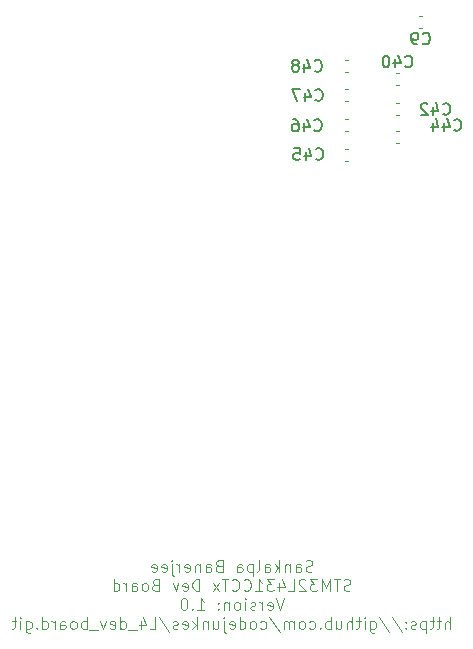
<source format=gbr>
%TF.GenerationSoftware,KiCad,Pcbnew,9.0.4*%
%TF.CreationDate,2025-09-21T18:36:08+05:30*%
%TF.ProjectId,l4_dev_board,6c345f64-6576-45f6-926f-6172642e6b69,rev?*%
%TF.SameCoordinates,Original*%
%TF.FileFunction,Legend,Bot*%
%TF.FilePolarity,Positive*%
%FSLAX46Y46*%
G04 Gerber Fmt 4.6, Leading zero omitted, Abs format (unit mm)*
G04 Created by KiCad (PCBNEW 9.0.4) date 2025-09-21 18:36:08*
%MOMM*%
%LPD*%
G01*
G04 APERTURE LIST*
%ADD10C,0.100000*%
%ADD11C,0.150000*%
%ADD12C,0.120000*%
G04 APERTURE END LIST*
D10*
X176616646Y-86020743D02*
X176473789Y-86068362D01*
X176473789Y-86068362D02*
X176235694Y-86068362D01*
X176235694Y-86068362D02*
X176140456Y-86020743D01*
X176140456Y-86020743D02*
X176092837Y-85973123D01*
X176092837Y-85973123D02*
X176045218Y-85877885D01*
X176045218Y-85877885D02*
X176045218Y-85782647D01*
X176045218Y-85782647D02*
X176092837Y-85687409D01*
X176092837Y-85687409D02*
X176140456Y-85639790D01*
X176140456Y-85639790D02*
X176235694Y-85592171D01*
X176235694Y-85592171D02*
X176426170Y-85544552D01*
X176426170Y-85544552D02*
X176521408Y-85496933D01*
X176521408Y-85496933D02*
X176569027Y-85449314D01*
X176569027Y-85449314D02*
X176616646Y-85354076D01*
X176616646Y-85354076D02*
X176616646Y-85258838D01*
X176616646Y-85258838D02*
X176569027Y-85163600D01*
X176569027Y-85163600D02*
X176521408Y-85115981D01*
X176521408Y-85115981D02*
X176426170Y-85068362D01*
X176426170Y-85068362D02*
X176188075Y-85068362D01*
X176188075Y-85068362D02*
X176045218Y-85115981D01*
X175188075Y-86068362D02*
X175188075Y-85544552D01*
X175188075Y-85544552D02*
X175235694Y-85449314D01*
X175235694Y-85449314D02*
X175330932Y-85401695D01*
X175330932Y-85401695D02*
X175521408Y-85401695D01*
X175521408Y-85401695D02*
X175616646Y-85449314D01*
X175188075Y-86020743D02*
X175283313Y-86068362D01*
X175283313Y-86068362D02*
X175521408Y-86068362D01*
X175521408Y-86068362D02*
X175616646Y-86020743D01*
X175616646Y-86020743D02*
X175664265Y-85925504D01*
X175664265Y-85925504D02*
X175664265Y-85830266D01*
X175664265Y-85830266D02*
X175616646Y-85735028D01*
X175616646Y-85735028D02*
X175521408Y-85687409D01*
X175521408Y-85687409D02*
X175283313Y-85687409D01*
X175283313Y-85687409D02*
X175188075Y-85639790D01*
X174711884Y-85401695D02*
X174711884Y-86068362D01*
X174711884Y-85496933D02*
X174664265Y-85449314D01*
X174664265Y-85449314D02*
X174569027Y-85401695D01*
X174569027Y-85401695D02*
X174426170Y-85401695D01*
X174426170Y-85401695D02*
X174330932Y-85449314D01*
X174330932Y-85449314D02*
X174283313Y-85544552D01*
X174283313Y-85544552D02*
X174283313Y-86068362D01*
X173807122Y-86068362D02*
X173807122Y-85068362D01*
X173711884Y-85687409D02*
X173426170Y-86068362D01*
X173426170Y-85401695D02*
X173807122Y-85782647D01*
X172569027Y-86068362D02*
X172569027Y-85544552D01*
X172569027Y-85544552D02*
X172616646Y-85449314D01*
X172616646Y-85449314D02*
X172711884Y-85401695D01*
X172711884Y-85401695D02*
X172902360Y-85401695D01*
X172902360Y-85401695D02*
X172997598Y-85449314D01*
X172569027Y-86020743D02*
X172664265Y-86068362D01*
X172664265Y-86068362D02*
X172902360Y-86068362D01*
X172902360Y-86068362D02*
X172997598Y-86020743D01*
X172997598Y-86020743D02*
X173045217Y-85925504D01*
X173045217Y-85925504D02*
X173045217Y-85830266D01*
X173045217Y-85830266D02*
X172997598Y-85735028D01*
X172997598Y-85735028D02*
X172902360Y-85687409D01*
X172902360Y-85687409D02*
X172664265Y-85687409D01*
X172664265Y-85687409D02*
X172569027Y-85639790D01*
X171949979Y-86068362D02*
X172045217Y-86020743D01*
X172045217Y-86020743D02*
X172092836Y-85925504D01*
X172092836Y-85925504D02*
X172092836Y-85068362D01*
X171569026Y-85401695D02*
X171569026Y-86401695D01*
X171569026Y-85449314D02*
X171473788Y-85401695D01*
X171473788Y-85401695D02*
X171283312Y-85401695D01*
X171283312Y-85401695D02*
X171188074Y-85449314D01*
X171188074Y-85449314D02*
X171140455Y-85496933D01*
X171140455Y-85496933D02*
X171092836Y-85592171D01*
X171092836Y-85592171D02*
X171092836Y-85877885D01*
X171092836Y-85877885D02*
X171140455Y-85973123D01*
X171140455Y-85973123D02*
X171188074Y-86020743D01*
X171188074Y-86020743D02*
X171283312Y-86068362D01*
X171283312Y-86068362D02*
X171473788Y-86068362D01*
X171473788Y-86068362D02*
X171569026Y-86020743D01*
X170235693Y-86068362D02*
X170235693Y-85544552D01*
X170235693Y-85544552D02*
X170283312Y-85449314D01*
X170283312Y-85449314D02*
X170378550Y-85401695D01*
X170378550Y-85401695D02*
X170569026Y-85401695D01*
X170569026Y-85401695D02*
X170664264Y-85449314D01*
X170235693Y-86020743D02*
X170330931Y-86068362D01*
X170330931Y-86068362D02*
X170569026Y-86068362D01*
X170569026Y-86068362D02*
X170664264Y-86020743D01*
X170664264Y-86020743D02*
X170711883Y-85925504D01*
X170711883Y-85925504D02*
X170711883Y-85830266D01*
X170711883Y-85830266D02*
X170664264Y-85735028D01*
X170664264Y-85735028D02*
X170569026Y-85687409D01*
X170569026Y-85687409D02*
X170330931Y-85687409D01*
X170330931Y-85687409D02*
X170235693Y-85639790D01*
X168664264Y-85544552D02*
X168521407Y-85592171D01*
X168521407Y-85592171D02*
X168473788Y-85639790D01*
X168473788Y-85639790D02*
X168426169Y-85735028D01*
X168426169Y-85735028D02*
X168426169Y-85877885D01*
X168426169Y-85877885D02*
X168473788Y-85973123D01*
X168473788Y-85973123D02*
X168521407Y-86020743D01*
X168521407Y-86020743D02*
X168616645Y-86068362D01*
X168616645Y-86068362D02*
X168997597Y-86068362D01*
X168997597Y-86068362D02*
X168997597Y-85068362D01*
X168997597Y-85068362D02*
X168664264Y-85068362D01*
X168664264Y-85068362D02*
X168569026Y-85115981D01*
X168569026Y-85115981D02*
X168521407Y-85163600D01*
X168521407Y-85163600D02*
X168473788Y-85258838D01*
X168473788Y-85258838D02*
X168473788Y-85354076D01*
X168473788Y-85354076D02*
X168521407Y-85449314D01*
X168521407Y-85449314D02*
X168569026Y-85496933D01*
X168569026Y-85496933D02*
X168664264Y-85544552D01*
X168664264Y-85544552D02*
X168997597Y-85544552D01*
X167569026Y-86068362D02*
X167569026Y-85544552D01*
X167569026Y-85544552D02*
X167616645Y-85449314D01*
X167616645Y-85449314D02*
X167711883Y-85401695D01*
X167711883Y-85401695D02*
X167902359Y-85401695D01*
X167902359Y-85401695D02*
X167997597Y-85449314D01*
X167569026Y-86020743D02*
X167664264Y-86068362D01*
X167664264Y-86068362D02*
X167902359Y-86068362D01*
X167902359Y-86068362D02*
X167997597Y-86020743D01*
X167997597Y-86020743D02*
X168045216Y-85925504D01*
X168045216Y-85925504D02*
X168045216Y-85830266D01*
X168045216Y-85830266D02*
X167997597Y-85735028D01*
X167997597Y-85735028D02*
X167902359Y-85687409D01*
X167902359Y-85687409D02*
X167664264Y-85687409D01*
X167664264Y-85687409D02*
X167569026Y-85639790D01*
X167092835Y-85401695D02*
X167092835Y-86068362D01*
X167092835Y-85496933D02*
X167045216Y-85449314D01*
X167045216Y-85449314D02*
X166949978Y-85401695D01*
X166949978Y-85401695D02*
X166807121Y-85401695D01*
X166807121Y-85401695D02*
X166711883Y-85449314D01*
X166711883Y-85449314D02*
X166664264Y-85544552D01*
X166664264Y-85544552D02*
X166664264Y-86068362D01*
X165807121Y-86020743D02*
X165902359Y-86068362D01*
X165902359Y-86068362D02*
X166092835Y-86068362D01*
X166092835Y-86068362D02*
X166188073Y-86020743D01*
X166188073Y-86020743D02*
X166235692Y-85925504D01*
X166235692Y-85925504D02*
X166235692Y-85544552D01*
X166235692Y-85544552D02*
X166188073Y-85449314D01*
X166188073Y-85449314D02*
X166092835Y-85401695D01*
X166092835Y-85401695D02*
X165902359Y-85401695D01*
X165902359Y-85401695D02*
X165807121Y-85449314D01*
X165807121Y-85449314D02*
X165759502Y-85544552D01*
X165759502Y-85544552D02*
X165759502Y-85639790D01*
X165759502Y-85639790D02*
X166235692Y-85735028D01*
X165330930Y-86068362D02*
X165330930Y-85401695D01*
X165330930Y-85592171D02*
X165283311Y-85496933D01*
X165283311Y-85496933D02*
X165235692Y-85449314D01*
X165235692Y-85449314D02*
X165140454Y-85401695D01*
X165140454Y-85401695D02*
X165045216Y-85401695D01*
X164711882Y-85401695D02*
X164711882Y-86258838D01*
X164711882Y-86258838D02*
X164759501Y-86354076D01*
X164759501Y-86354076D02*
X164854739Y-86401695D01*
X164854739Y-86401695D02*
X164902358Y-86401695D01*
X164711882Y-85068362D02*
X164759501Y-85115981D01*
X164759501Y-85115981D02*
X164711882Y-85163600D01*
X164711882Y-85163600D02*
X164664263Y-85115981D01*
X164664263Y-85115981D02*
X164711882Y-85068362D01*
X164711882Y-85068362D02*
X164711882Y-85163600D01*
X163854740Y-86020743D02*
X163949978Y-86068362D01*
X163949978Y-86068362D02*
X164140454Y-86068362D01*
X164140454Y-86068362D02*
X164235692Y-86020743D01*
X164235692Y-86020743D02*
X164283311Y-85925504D01*
X164283311Y-85925504D02*
X164283311Y-85544552D01*
X164283311Y-85544552D02*
X164235692Y-85449314D01*
X164235692Y-85449314D02*
X164140454Y-85401695D01*
X164140454Y-85401695D02*
X163949978Y-85401695D01*
X163949978Y-85401695D02*
X163854740Y-85449314D01*
X163854740Y-85449314D02*
X163807121Y-85544552D01*
X163807121Y-85544552D02*
X163807121Y-85639790D01*
X163807121Y-85639790D02*
X164283311Y-85735028D01*
X162997597Y-86020743D02*
X163092835Y-86068362D01*
X163092835Y-86068362D02*
X163283311Y-86068362D01*
X163283311Y-86068362D02*
X163378549Y-86020743D01*
X163378549Y-86020743D02*
X163426168Y-85925504D01*
X163426168Y-85925504D02*
X163426168Y-85544552D01*
X163426168Y-85544552D02*
X163378549Y-85449314D01*
X163378549Y-85449314D02*
X163283311Y-85401695D01*
X163283311Y-85401695D02*
X163092835Y-85401695D01*
X163092835Y-85401695D02*
X162997597Y-85449314D01*
X162997597Y-85449314D02*
X162949978Y-85544552D01*
X162949978Y-85544552D02*
X162949978Y-85639790D01*
X162949978Y-85639790D02*
X163426168Y-85735028D01*
X179830932Y-87630687D02*
X179688075Y-87678306D01*
X179688075Y-87678306D02*
X179449980Y-87678306D01*
X179449980Y-87678306D02*
X179354742Y-87630687D01*
X179354742Y-87630687D02*
X179307123Y-87583067D01*
X179307123Y-87583067D02*
X179259504Y-87487829D01*
X179259504Y-87487829D02*
X179259504Y-87392591D01*
X179259504Y-87392591D02*
X179307123Y-87297353D01*
X179307123Y-87297353D02*
X179354742Y-87249734D01*
X179354742Y-87249734D02*
X179449980Y-87202115D01*
X179449980Y-87202115D02*
X179640456Y-87154496D01*
X179640456Y-87154496D02*
X179735694Y-87106877D01*
X179735694Y-87106877D02*
X179783313Y-87059258D01*
X179783313Y-87059258D02*
X179830932Y-86964020D01*
X179830932Y-86964020D02*
X179830932Y-86868782D01*
X179830932Y-86868782D02*
X179783313Y-86773544D01*
X179783313Y-86773544D02*
X179735694Y-86725925D01*
X179735694Y-86725925D02*
X179640456Y-86678306D01*
X179640456Y-86678306D02*
X179402361Y-86678306D01*
X179402361Y-86678306D02*
X179259504Y-86725925D01*
X178973789Y-86678306D02*
X178402361Y-86678306D01*
X178688075Y-87678306D02*
X178688075Y-86678306D01*
X178069027Y-87678306D02*
X178069027Y-86678306D01*
X178069027Y-86678306D02*
X177735694Y-87392591D01*
X177735694Y-87392591D02*
X177402361Y-86678306D01*
X177402361Y-86678306D02*
X177402361Y-87678306D01*
X177021408Y-86678306D02*
X176402361Y-86678306D01*
X176402361Y-86678306D02*
X176735694Y-87059258D01*
X176735694Y-87059258D02*
X176592837Y-87059258D01*
X176592837Y-87059258D02*
X176497599Y-87106877D01*
X176497599Y-87106877D02*
X176449980Y-87154496D01*
X176449980Y-87154496D02*
X176402361Y-87249734D01*
X176402361Y-87249734D02*
X176402361Y-87487829D01*
X176402361Y-87487829D02*
X176449980Y-87583067D01*
X176449980Y-87583067D02*
X176497599Y-87630687D01*
X176497599Y-87630687D02*
X176592837Y-87678306D01*
X176592837Y-87678306D02*
X176878551Y-87678306D01*
X176878551Y-87678306D02*
X176973789Y-87630687D01*
X176973789Y-87630687D02*
X177021408Y-87583067D01*
X176021408Y-86773544D02*
X175973789Y-86725925D01*
X175973789Y-86725925D02*
X175878551Y-86678306D01*
X175878551Y-86678306D02*
X175640456Y-86678306D01*
X175640456Y-86678306D02*
X175545218Y-86725925D01*
X175545218Y-86725925D02*
X175497599Y-86773544D01*
X175497599Y-86773544D02*
X175449980Y-86868782D01*
X175449980Y-86868782D02*
X175449980Y-86964020D01*
X175449980Y-86964020D02*
X175497599Y-87106877D01*
X175497599Y-87106877D02*
X176069027Y-87678306D01*
X176069027Y-87678306D02*
X175449980Y-87678306D01*
X174545218Y-87678306D02*
X175021408Y-87678306D01*
X175021408Y-87678306D02*
X175021408Y-86678306D01*
X173783313Y-87011639D02*
X173783313Y-87678306D01*
X174021408Y-86630687D02*
X174259503Y-87344972D01*
X174259503Y-87344972D02*
X173640456Y-87344972D01*
X173354741Y-86678306D02*
X172735694Y-86678306D01*
X172735694Y-86678306D02*
X173069027Y-87059258D01*
X173069027Y-87059258D02*
X172926170Y-87059258D01*
X172926170Y-87059258D02*
X172830932Y-87106877D01*
X172830932Y-87106877D02*
X172783313Y-87154496D01*
X172783313Y-87154496D02*
X172735694Y-87249734D01*
X172735694Y-87249734D02*
X172735694Y-87487829D01*
X172735694Y-87487829D02*
X172783313Y-87583067D01*
X172783313Y-87583067D02*
X172830932Y-87630687D01*
X172830932Y-87630687D02*
X172926170Y-87678306D01*
X172926170Y-87678306D02*
X173211884Y-87678306D01*
X173211884Y-87678306D02*
X173307122Y-87630687D01*
X173307122Y-87630687D02*
X173354741Y-87583067D01*
X171783313Y-87678306D02*
X172354741Y-87678306D01*
X172069027Y-87678306D02*
X172069027Y-86678306D01*
X172069027Y-86678306D02*
X172164265Y-86821163D01*
X172164265Y-86821163D02*
X172259503Y-86916401D01*
X172259503Y-86916401D02*
X172354741Y-86964020D01*
X170783313Y-87583067D02*
X170830932Y-87630687D01*
X170830932Y-87630687D02*
X170973789Y-87678306D01*
X170973789Y-87678306D02*
X171069027Y-87678306D01*
X171069027Y-87678306D02*
X171211884Y-87630687D01*
X171211884Y-87630687D02*
X171307122Y-87535448D01*
X171307122Y-87535448D02*
X171354741Y-87440210D01*
X171354741Y-87440210D02*
X171402360Y-87249734D01*
X171402360Y-87249734D02*
X171402360Y-87106877D01*
X171402360Y-87106877D02*
X171354741Y-86916401D01*
X171354741Y-86916401D02*
X171307122Y-86821163D01*
X171307122Y-86821163D02*
X171211884Y-86725925D01*
X171211884Y-86725925D02*
X171069027Y-86678306D01*
X171069027Y-86678306D02*
X170973789Y-86678306D01*
X170973789Y-86678306D02*
X170830932Y-86725925D01*
X170830932Y-86725925D02*
X170783313Y-86773544D01*
X169783313Y-87583067D02*
X169830932Y-87630687D01*
X169830932Y-87630687D02*
X169973789Y-87678306D01*
X169973789Y-87678306D02*
X170069027Y-87678306D01*
X170069027Y-87678306D02*
X170211884Y-87630687D01*
X170211884Y-87630687D02*
X170307122Y-87535448D01*
X170307122Y-87535448D02*
X170354741Y-87440210D01*
X170354741Y-87440210D02*
X170402360Y-87249734D01*
X170402360Y-87249734D02*
X170402360Y-87106877D01*
X170402360Y-87106877D02*
X170354741Y-86916401D01*
X170354741Y-86916401D02*
X170307122Y-86821163D01*
X170307122Y-86821163D02*
X170211884Y-86725925D01*
X170211884Y-86725925D02*
X170069027Y-86678306D01*
X170069027Y-86678306D02*
X169973789Y-86678306D01*
X169973789Y-86678306D02*
X169830932Y-86725925D01*
X169830932Y-86725925D02*
X169783313Y-86773544D01*
X169497598Y-86678306D02*
X168926170Y-86678306D01*
X169211884Y-87678306D02*
X169211884Y-86678306D01*
X168688074Y-87678306D02*
X168164265Y-87011639D01*
X168688074Y-87011639D02*
X168164265Y-87678306D01*
X167021407Y-87678306D02*
X167021407Y-86678306D01*
X167021407Y-86678306D02*
X166783312Y-86678306D01*
X166783312Y-86678306D02*
X166640455Y-86725925D01*
X166640455Y-86725925D02*
X166545217Y-86821163D01*
X166545217Y-86821163D02*
X166497598Y-86916401D01*
X166497598Y-86916401D02*
X166449979Y-87106877D01*
X166449979Y-87106877D02*
X166449979Y-87249734D01*
X166449979Y-87249734D02*
X166497598Y-87440210D01*
X166497598Y-87440210D02*
X166545217Y-87535448D01*
X166545217Y-87535448D02*
X166640455Y-87630687D01*
X166640455Y-87630687D02*
X166783312Y-87678306D01*
X166783312Y-87678306D02*
X167021407Y-87678306D01*
X165640455Y-87630687D02*
X165735693Y-87678306D01*
X165735693Y-87678306D02*
X165926169Y-87678306D01*
X165926169Y-87678306D02*
X166021407Y-87630687D01*
X166021407Y-87630687D02*
X166069026Y-87535448D01*
X166069026Y-87535448D02*
X166069026Y-87154496D01*
X166069026Y-87154496D02*
X166021407Y-87059258D01*
X166021407Y-87059258D02*
X165926169Y-87011639D01*
X165926169Y-87011639D02*
X165735693Y-87011639D01*
X165735693Y-87011639D02*
X165640455Y-87059258D01*
X165640455Y-87059258D02*
X165592836Y-87154496D01*
X165592836Y-87154496D02*
X165592836Y-87249734D01*
X165592836Y-87249734D02*
X166069026Y-87344972D01*
X165259502Y-87011639D02*
X165021407Y-87678306D01*
X165021407Y-87678306D02*
X164783312Y-87011639D01*
X163307121Y-87154496D02*
X163164264Y-87202115D01*
X163164264Y-87202115D02*
X163116645Y-87249734D01*
X163116645Y-87249734D02*
X163069026Y-87344972D01*
X163069026Y-87344972D02*
X163069026Y-87487829D01*
X163069026Y-87487829D02*
X163116645Y-87583067D01*
X163116645Y-87583067D02*
X163164264Y-87630687D01*
X163164264Y-87630687D02*
X163259502Y-87678306D01*
X163259502Y-87678306D02*
X163640454Y-87678306D01*
X163640454Y-87678306D02*
X163640454Y-86678306D01*
X163640454Y-86678306D02*
X163307121Y-86678306D01*
X163307121Y-86678306D02*
X163211883Y-86725925D01*
X163211883Y-86725925D02*
X163164264Y-86773544D01*
X163164264Y-86773544D02*
X163116645Y-86868782D01*
X163116645Y-86868782D02*
X163116645Y-86964020D01*
X163116645Y-86964020D02*
X163164264Y-87059258D01*
X163164264Y-87059258D02*
X163211883Y-87106877D01*
X163211883Y-87106877D02*
X163307121Y-87154496D01*
X163307121Y-87154496D02*
X163640454Y-87154496D01*
X162497597Y-87678306D02*
X162592835Y-87630687D01*
X162592835Y-87630687D02*
X162640454Y-87583067D01*
X162640454Y-87583067D02*
X162688073Y-87487829D01*
X162688073Y-87487829D02*
X162688073Y-87202115D01*
X162688073Y-87202115D02*
X162640454Y-87106877D01*
X162640454Y-87106877D02*
X162592835Y-87059258D01*
X162592835Y-87059258D02*
X162497597Y-87011639D01*
X162497597Y-87011639D02*
X162354740Y-87011639D01*
X162354740Y-87011639D02*
X162259502Y-87059258D01*
X162259502Y-87059258D02*
X162211883Y-87106877D01*
X162211883Y-87106877D02*
X162164264Y-87202115D01*
X162164264Y-87202115D02*
X162164264Y-87487829D01*
X162164264Y-87487829D02*
X162211883Y-87583067D01*
X162211883Y-87583067D02*
X162259502Y-87630687D01*
X162259502Y-87630687D02*
X162354740Y-87678306D01*
X162354740Y-87678306D02*
X162497597Y-87678306D01*
X161307121Y-87678306D02*
X161307121Y-87154496D01*
X161307121Y-87154496D02*
X161354740Y-87059258D01*
X161354740Y-87059258D02*
X161449978Y-87011639D01*
X161449978Y-87011639D02*
X161640454Y-87011639D01*
X161640454Y-87011639D02*
X161735692Y-87059258D01*
X161307121Y-87630687D02*
X161402359Y-87678306D01*
X161402359Y-87678306D02*
X161640454Y-87678306D01*
X161640454Y-87678306D02*
X161735692Y-87630687D01*
X161735692Y-87630687D02*
X161783311Y-87535448D01*
X161783311Y-87535448D02*
X161783311Y-87440210D01*
X161783311Y-87440210D02*
X161735692Y-87344972D01*
X161735692Y-87344972D02*
X161640454Y-87297353D01*
X161640454Y-87297353D02*
X161402359Y-87297353D01*
X161402359Y-87297353D02*
X161307121Y-87249734D01*
X160830930Y-87678306D02*
X160830930Y-87011639D01*
X160830930Y-87202115D02*
X160783311Y-87106877D01*
X160783311Y-87106877D02*
X160735692Y-87059258D01*
X160735692Y-87059258D02*
X160640454Y-87011639D01*
X160640454Y-87011639D02*
X160545216Y-87011639D01*
X159783311Y-87678306D02*
X159783311Y-86678306D01*
X159783311Y-87630687D02*
X159878549Y-87678306D01*
X159878549Y-87678306D02*
X160069025Y-87678306D01*
X160069025Y-87678306D02*
X160164263Y-87630687D01*
X160164263Y-87630687D02*
X160211882Y-87583067D01*
X160211882Y-87583067D02*
X160259501Y-87487829D01*
X160259501Y-87487829D02*
X160259501Y-87202115D01*
X160259501Y-87202115D02*
X160211882Y-87106877D01*
X160211882Y-87106877D02*
X160164263Y-87059258D01*
X160164263Y-87059258D02*
X160069025Y-87011639D01*
X160069025Y-87011639D02*
X159878549Y-87011639D01*
X159878549Y-87011639D02*
X159783311Y-87059258D01*
X174211883Y-88288250D02*
X173878550Y-89288250D01*
X173878550Y-89288250D02*
X173545217Y-88288250D01*
X172830931Y-89240631D02*
X172926169Y-89288250D01*
X172926169Y-89288250D02*
X173116645Y-89288250D01*
X173116645Y-89288250D02*
X173211883Y-89240631D01*
X173211883Y-89240631D02*
X173259502Y-89145392D01*
X173259502Y-89145392D02*
X173259502Y-88764440D01*
X173259502Y-88764440D02*
X173211883Y-88669202D01*
X173211883Y-88669202D02*
X173116645Y-88621583D01*
X173116645Y-88621583D02*
X172926169Y-88621583D01*
X172926169Y-88621583D02*
X172830931Y-88669202D01*
X172830931Y-88669202D02*
X172783312Y-88764440D01*
X172783312Y-88764440D02*
X172783312Y-88859678D01*
X172783312Y-88859678D02*
X173259502Y-88954916D01*
X172354740Y-89288250D02*
X172354740Y-88621583D01*
X172354740Y-88812059D02*
X172307121Y-88716821D01*
X172307121Y-88716821D02*
X172259502Y-88669202D01*
X172259502Y-88669202D02*
X172164264Y-88621583D01*
X172164264Y-88621583D02*
X172069026Y-88621583D01*
X171783311Y-89240631D02*
X171688073Y-89288250D01*
X171688073Y-89288250D02*
X171497597Y-89288250D01*
X171497597Y-89288250D02*
X171402359Y-89240631D01*
X171402359Y-89240631D02*
X171354740Y-89145392D01*
X171354740Y-89145392D02*
X171354740Y-89097773D01*
X171354740Y-89097773D02*
X171402359Y-89002535D01*
X171402359Y-89002535D02*
X171497597Y-88954916D01*
X171497597Y-88954916D02*
X171640454Y-88954916D01*
X171640454Y-88954916D02*
X171735692Y-88907297D01*
X171735692Y-88907297D02*
X171783311Y-88812059D01*
X171783311Y-88812059D02*
X171783311Y-88764440D01*
X171783311Y-88764440D02*
X171735692Y-88669202D01*
X171735692Y-88669202D02*
X171640454Y-88621583D01*
X171640454Y-88621583D02*
X171497597Y-88621583D01*
X171497597Y-88621583D02*
X171402359Y-88669202D01*
X170926168Y-89288250D02*
X170926168Y-88621583D01*
X170926168Y-88288250D02*
X170973787Y-88335869D01*
X170973787Y-88335869D02*
X170926168Y-88383488D01*
X170926168Y-88383488D02*
X170878549Y-88335869D01*
X170878549Y-88335869D02*
X170926168Y-88288250D01*
X170926168Y-88288250D02*
X170926168Y-88383488D01*
X170307121Y-89288250D02*
X170402359Y-89240631D01*
X170402359Y-89240631D02*
X170449978Y-89193011D01*
X170449978Y-89193011D02*
X170497597Y-89097773D01*
X170497597Y-89097773D02*
X170497597Y-88812059D01*
X170497597Y-88812059D02*
X170449978Y-88716821D01*
X170449978Y-88716821D02*
X170402359Y-88669202D01*
X170402359Y-88669202D02*
X170307121Y-88621583D01*
X170307121Y-88621583D02*
X170164264Y-88621583D01*
X170164264Y-88621583D02*
X170069026Y-88669202D01*
X170069026Y-88669202D02*
X170021407Y-88716821D01*
X170021407Y-88716821D02*
X169973788Y-88812059D01*
X169973788Y-88812059D02*
X169973788Y-89097773D01*
X169973788Y-89097773D02*
X170021407Y-89193011D01*
X170021407Y-89193011D02*
X170069026Y-89240631D01*
X170069026Y-89240631D02*
X170164264Y-89288250D01*
X170164264Y-89288250D02*
X170307121Y-89288250D01*
X169545216Y-88621583D02*
X169545216Y-89288250D01*
X169545216Y-88716821D02*
X169497597Y-88669202D01*
X169497597Y-88669202D02*
X169402359Y-88621583D01*
X169402359Y-88621583D02*
X169259502Y-88621583D01*
X169259502Y-88621583D02*
X169164264Y-88669202D01*
X169164264Y-88669202D02*
X169116645Y-88764440D01*
X169116645Y-88764440D02*
X169116645Y-89288250D01*
X168640454Y-89193011D02*
X168592835Y-89240631D01*
X168592835Y-89240631D02*
X168640454Y-89288250D01*
X168640454Y-89288250D02*
X168688073Y-89240631D01*
X168688073Y-89240631D02*
X168640454Y-89193011D01*
X168640454Y-89193011D02*
X168640454Y-89288250D01*
X168640454Y-88669202D02*
X168592835Y-88716821D01*
X168592835Y-88716821D02*
X168640454Y-88764440D01*
X168640454Y-88764440D02*
X168688073Y-88716821D01*
X168688073Y-88716821D02*
X168640454Y-88669202D01*
X168640454Y-88669202D02*
X168640454Y-88764440D01*
X166878550Y-89288250D02*
X167449978Y-89288250D01*
X167164264Y-89288250D02*
X167164264Y-88288250D01*
X167164264Y-88288250D02*
X167259502Y-88431107D01*
X167259502Y-88431107D02*
X167354740Y-88526345D01*
X167354740Y-88526345D02*
X167449978Y-88573964D01*
X166449978Y-89193011D02*
X166402359Y-89240631D01*
X166402359Y-89240631D02*
X166449978Y-89288250D01*
X166449978Y-89288250D02*
X166497597Y-89240631D01*
X166497597Y-89240631D02*
X166449978Y-89193011D01*
X166449978Y-89193011D02*
X166449978Y-89288250D01*
X165783312Y-88288250D02*
X165688074Y-88288250D01*
X165688074Y-88288250D02*
X165592836Y-88335869D01*
X165592836Y-88335869D02*
X165545217Y-88383488D01*
X165545217Y-88383488D02*
X165497598Y-88478726D01*
X165497598Y-88478726D02*
X165449979Y-88669202D01*
X165449979Y-88669202D02*
X165449979Y-88907297D01*
X165449979Y-88907297D02*
X165497598Y-89097773D01*
X165497598Y-89097773D02*
X165545217Y-89193011D01*
X165545217Y-89193011D02*
X165592836Y-89240631D01*
X165592836Y-89240631D02*
X165688074Y-89288250D01*
X165688074Y-89288250D02*
X165783312Y-89288250D01*
X165783312Y-89288250D02*
X165878550Y-89240631D01*
X165878550Y-89240631D02*
X165926169Y-89193011D01*
X165926169Y-89193011D02*
X165973788Y-89097773D01*
X165973788Y-89097773D02*
X166021407Y-88907297D01*
X166021407Y-88907297D02*
X166021407Y-88669202D01*
X166021407Y-88669202D02*
X165973788Y-88478726D01*
X165973788Y-88478726D02*
X165926169Y-88383488D01*
X165926169Y-88383488D02*
X165878550Y-88335869D01*
X165878550Y-88335869D02*
X165783312Y-88288250D01*
X188259504Y-90898194D02*
X188259504Y-89898194D01*
X187830933Y-90898194D02*
X187830933Y-90374384D01*
X187830933Y-90374384D02*
X187878552Y-90279146D01*
X187878552Y-90279146D02*
X187973790Y-90231527D01*
X187973790Y-90231527D02*
X188116647Y-90231527D01*
X188116647Y-90231527D02*
X188211885Y-90279146D01*
X188211885Y-90279146D02*
X188259504Y-90326765D01*
X187497599Y-90231527D02*
X187116647Y-90231527D01*
X187354742Y-89898194D02*
X187354742Y-90755336D01*
X187354742Y-90755336D02*
X187307123Y-90850575D01*
X187307123Y-90850575D02*
X187211885Y-90898194D01*
X187211885Y-90898194D02*
X187116647Y-90898194D01*
X186926170Y-90231527D02*
X186545218Y-90231527D01*
X186783313Y-89898194D02*
X186783313Y-90755336D01*
X186783313Y-90755336D02*
X186735694Y-90850575D01*
X186735694Y-90850575D02*
X186640456Y-90898194D01*
X186640456Y-90898194D02*
X186545218Y-90898194D01*
X186211884Y-90231527D02*
X186211884Y-91231527D01*
X186211884Y-90279146D02*
X186116646Y-90231527D01*
X186116646Y-90231527D02*
X185926170Y-90231527D01*
X185926170Y-90231527D02*
X185830932Y-90279146D01*
X185830932Y-90279146D02*
X185783313Y-90326765D01*
X185783313Y-90326765D02*
X185735694Y-90422003D01*
X185735694Y-90422003D02*
X185735694Y-90707717D01*
X185735694Y-90707717D02*
X185783313Y-90802955D01*
X185783313Y-90802955D02*
X185830932Y-90850575D01*
X185830932Y-90850575D02*
X185926170Y-90898194D01*
X185926170Y-90898194D02*
X186116646Y-90898194D01*
X186116646Y-90898194D02*
X186211884Y-90850575D01*
X185354741Y-90850575D02*
X185259503Y-90898194D01*
X185259503Y-90898194D02*
X185069027Y-90898194D01*
X185069027Y-90898194D02*
X184973789Y-90850575D01*
X184973789Y-90850575D02*
X184926170Y-90755336D01*
X184926170Y-90755336D02*
X184926170Y-90707717D01*
X184926170Y-90707717D02*
X184973789Y-90612479D01*
X184973789Y-90612479D02*
X185069027Y-90564860D01*
X185069027Y-90564860D02*
X185211884Y-90564860D01*
X185211884Y-90564860D02*
X185307122Y-90517241D01*
X185307122Y-90517241D02*
X185354741Y-90422003D01*
X185354741Y-90422003D02*
X185354741Y-90374384D01*
X185354741Y-90374384D02*
X185307122Y-90279146D01*
X185307122Y-90279146D02*
X185211884Y-90231527D01*
X185211884Y-90231527D02*
X185069027Y-90231527D01*
X185069027Y-90231527D02*
X184973789Y-90279146D01*
X184497598Y-90802955D02*
X184449979Y-90850575D01*
X184449979Y-90850575D02*
X184497598Y-90898194D01*
X184497598Y-90898194D02*
X184545217Y-90850575D01*
X184545217Y-90850575D02*
X184497598Y-90802955D01*
X184497598Y-90802955D02*
X184497598Y-90898194D01*
X184497598Y-90279146D02*
X184449979Y-90326765D01*
X184449979Y-90326765D02*
X184497598Y-90374384D01*
X184497598Y-90374384D02*
X184545217Y-90326765D01*
X184545217Y-90326765D02*
X184497598Y-90279146D01*
X184497598Y-90279146D02*
X184497598Y-90374384D01*
X183307123Y-89850575D02*
X184164265Y-91136289D01*
X182259504Y-89850575D02*
X183116646Y-91136289D01*
X181497599Y-90231527D02*
X181497599Y-91041051D01*
X181497599Y-91041051D02*
X181545218Y-91136289D01*
X181545218Y-91136289D02*
X181592837Y-91183908D01*
X181592837Y-91183908D02*
X181688075Y-91231527D01*
X181688075Y-91231527D02*
X181830932Y-91231527D01*
X181830932Y-91231527D02*
X181926170Y-91183908D01*
X181497599Y-90850575D02*
X181592837Y-90898194D01*
X181592837Y-90898194D02*
X181783313Y-90898194D01*
X181783313Y-90898194D02*
X181878551Y-90850575D01*
X181878551Y-90850575D02*
X181926170Y-90802955D01*
X181926170Y-90802955D02*
X181973789Y-90707717D01*
X181973789Y-90707717D02*
X181973789Y-90422003D01*
X181973789Y-90422003D02*
X181926170Y-90326765D01*
X181926170Y-90326765D02*
X181878551Y-90279146D01*
X181878551Y-90279146D02*
X181783313Y-90231527D01*
X181783313Y-90231527D02*
X181592837Y-90231527D01*
X181592837Y-90231527D02*
X181497599Y-90279146D01*
X181021408Y-90898194D02*
X181021408Y-90231527D01*
X181021408Y-89898194D02*
X181069027Y-89945813D01*
X181069027Y-89945813D02*
X181021408Y-89993432D01*
X181021408Y-89993432D02*
X180973789Y-89945813D01*
X180973789Y-89945813D02*
X181021408Y-89898194D01*
X181021408Y-89898194D02*
X181021408Y-89993432D01*
X180688075Y-90231527D02*
X180307123Y-90231527D01*
X180545218Y-89898194D02*
X180545218Y-90755336D01*
X180545218Y-90755336D02*
X180497599Y-90850575D01*
X180497599Y-90850575D02*
X180402361Y-90898194D01*
X180402361Y-90898194D02*
X180307123Y-90898194D01*
X179973789Y-90898194D02*
X179973789Y-89898194D01*
X179545218Y-90898194D02*
X179545218Y-90374384D01*
X179545218Y-90374384D02*
X179592837Y-90279146D01*
X179592837Y-90279146D02*
X179688075Y-90231527D01*
X179688075Y-90231527D02*
X179830932Y-90231527D01*
X179830932Y-90231527D02*
X179926170Y-90279146D01*
X179926170Y-90279146D02*
X179973789Y-90326765D01*
X178640456Y-90231527D02*
X178640456Y-90898194D01*
X179069027Y-90231527D02*
X179069027Y-90755336D01*
X179069027Y-90755336D02*
X179021408Y-90850575D01*
X179021408Y-90850575D02*
X178926170Y-90898194D01*
X178926170Y-90898194D02*
X178783313Y-90898194D01*
X178783313Y-90898194D02*
X178688075Y-90850575D01*
X178688075Y-90850575D02*
X178640456Y-90802955D01*
X178164265Y-90898194D02*
X178164265Y-89898194D01*
X178164265Y-90279146D02*
X178069027Y-90231527D01*
X178069027Y-90231527D02*
X177878551Y-90231527D01*
X177878551Y-90231527D02*
X177783313Y-90279146D01*
X177783313Y-90279146D02*
X177735694Y-90326765D01*
X177735694Y-90326765D02*
X177688075Y-90422003D01*
X177688075Y-90422003D02*
X177688075Y-90707717D01*
X177688075Y-90707717D02*
X177735694Y-90802955D01*
X177735694Y-90802955D02*
X177783313Y-90850575D01*
X177783313Y-90850575D02*
X177878551Y-90898194D01*
X177878551Y-90898194D02*
X178069027Y-90898194D01*
X178069027Y-90898194D02*
X178164265Y-90850575D01*
X177259503Y-90802955D02*
X177211884Y-90850575D01*
X177211884Y-90850575D02*
X177259503Y-90898194D01*
X177259503Y-90898194D02*
X177307122Y-90850575D01*
X177307122Y-90850575D02*
X177259503Y-90802955D01*
X177259503Y-90802955D02*
X177259503Y-90898194D01*
X176354742Y-90850575D02*
X176449980Y-90898194D01*
X176449980Y-90898194D02*
X176640456Y-90898194D01*
X176640456Y-90898194D02*
X176735694Y-90850575D01*
X176735694Y-90850575D02*
X176783313Y-90802955D01*
X176783313Y-90802955D02*
X176830932Y-90707717D01*
X176830932Y-90707717D02*
X176830932Y-90422003D01*
X176830932Y-90422003D02*
X176783313Y-90326765D01*
X176783313Y-90326765D02*
X176735694Y-90279146D01*
X176735694Y-90279146D02*
X176640456Y-90231527D01*
X176640456Y-90231527D02*
X176449980Y-90231527D01*
X176449980Y-90231527D02*
X176354742Y-90279146D01*
X175783313Y-90898194D02*
X175878551Y-90850575D01*
X175878551Y-90850575D02*
X175926170Y-90802955D01*
X175926170Y-90802955D02*
X175973789Y-90707717D01*
X175973789Y-90707717D02*
X175973789Y-90422003D01*
X175973789Y-90422003D02*
X175926170Y-90326765D01*
X175926170Y-90326765D02*
X175878551Y-90279146D01*
X175878551Y-90279146D02*
X175783313Y-90231527D01*
X175783313Y-90231527D02*
X175640456Y-90231527D01*
X175640456Y-90231527D02*
X175545218Y-90279146D01*
X175545218Y-90279146D02*
X175497599Y-90326765D01*
X175497599Y-90326765D02*
X175449980Y-90422003D01*
X175449980Y-90422003D02*
X175449980Y-90707717D01*
X175449980Y-90707717D02*
X175497599Y-90802955D01*
X175497599Y-90802955D02*
X175545218Y-90850575D01*
X175545218Y-90850575D02*
X175640456Y-90898194D01*
X175640456Y-90898194D02*
X175783313Y-90898194D01*
X175021408Y-90898194D02*
X175021408Y-90231527D01*
X175021408Y-90326765D02*
X174973789Y-90279146D01*
X174973789Y-90279146D02*
X174878551Y-90231527D01*
X174878551Y-90231527D02*
X174735694Y-90231527D01*
X174735694Y-90231527D02*
X174640456Y-90279146D01*
X174640456Y-90279146D02*
X174592837Y-90374384D01*
X174592837Y-90374384D02*
X174592837Y-90898194D01*
X174592837Y-90374384D02*
X174545218Y-90279146D01*
X174545218Y-90279146D02*
X174449980Y-90231527D01*
X174449980Y-90231527D02*
X174307123Y-90231527D01*
X174307123Y-90231527D02*
X174211884Y-90279146D01*
X174211884Y-90279146D02*
X174164265Y-90374384D01*
X174164265Y-90374384D02*
X174164265Y-90898194D01*
X172973790Y-89850575D02*
X173830932Y-91136289D01*
X172211885Y-90850575D02*
X172307123Y-90898194D01*
X172307123Y-90898194D02*
X172497599Y-90898194D01*
X172497599Y-90898194D02*
X172592837Y-90850575D01*
X172592837Y-90850575D02*
X172640456Y-90802955D01*
X172640456Y-90802955D02*
X172688075Y-90707717D01*
X172688075Y-90707717D02*
X172688075Y-90422003D01*
X172688075Y-90422003D02*
X172640456Y-90326765D01*
X172640456Y-90326765D02*
X172592837Y-90279146D01*
X172592837Y-90279146D02*
X172497599Y-90231527D01*
X172497599Y-90231527D02*
X172307123Y-90231527D01*
X172307123Y-90231527D02*
X172211885Y-90279146D01*
X171640456Y-90898194D02*
X171735694Y-90850575D01*
X171735694Y-90850575D02*
X171783313Y-90802955D01*
X171783313Y-90802955D02*
X171830932Y-90707717D01*
X171830932Y-90707717D02*
X171830932Y-90422003D01*
X171830932Y-90422003D02*
X171783313Y-90326765D01*
X171783313Y-90326765D02*
X171735694Y-90279146D01*
X171735694Y-90279146D02*
X171640456Y-90231527D01*
X171640456Y-90231527D02*
X171497599Y-90231527D01*
X171497599Y-90231527D02*
X171402361Y-90279146D01*
X171402361Y-90279146D02*
X171354742Y-90326765D01*
X171354742Y-90326765D02*
X171307123Y-90422003D01*
X171307123Y-90422003D02*
X171307123Y-90707717D01*
X171307123Y-90707717D02*
X171354742Y-90802955D01*
X171354742Y-90802955D02*
X171402361Y-90850575D01*
X171402361Y-90850575D02*
X171497599Y-90898194D01*
X171497599Y-90898194D02*
X171640456Y-90898194D01*
X170449980Y-90898194D02*
X170449980Y-89898194D01*
X170449980Y-90850575D02*
X170545218Y-90898194D01*
X170545218Y-90898194D02*
X170735694Y-90898194D01*
X170735694Y-90898194D02*
X170830932Y-90850575D01*
X170830932Y-90850575D02*
X170878551Y-90802955D01*
X170878551Y-90802955D02*
X170926170Y-90707717D01*
X170926170Y-90707717D02*
X170926170Y-90422003D01*
X170926170Y-90422003D02*
X170878551Y-90326765D01*
X170878551Y-90326765D02*
X170830932Y-90279146D01*
X170830932Y-90279146D02*
X170735694Y-90231527D01*
X170735694Y-90231527D02*
X170545218Y-90231527D01*
X170545218Y-90231527D02*
X170449980Y-90279146D01*
X169592837Y-90850575D02*
X169688075Y-90898194D01*
X169688075Y-90898194D02*
X169878551Y-90898194D01*
X169878551Y-90898194D02*
X169973789Y-90850575D01*
X169973789Y-90850575D02*
X170021408Y-90755336D01*
X170021408Y-90755336D02*
X170021408Y-90374384D01*
X170021408Y-90374384D02*
X169973789Y-90279146D01*
X169973789Y-90279146D02*
X169878551Y-90231527D01*
X169878551Y-90231527D02*
X169688075Y-90231527D01*
X169688075Y-90231527D02*
X169592837Y-90279146D01*
X169592837Y-90279146D02*
X169545218Y-90374384D01*
X169545218Y-90374384D02*
X169545218Y-90469622D01*
X169545218Y-90469622D02*
X170021408Y-90564860D01*
X169116646Y-90231527D02*
X169116646Y-91088670D01*
X169116646Y-91088670D02*
X169164265Y-91183908D01*
X169164265Y-91183908D02*
X169259503Y-91231527D01*
X169259503Y-91231527D02*
X169307122Y-91231527D01*
X169116646Y-89898194D02*
X169164265Y-89945813D01*
X169164265Y-89945813D02*
X169116646Y-89993432D01*
X169116646Y-89993432D02*
X169069027Y-89945813D01*
X169069027Y-89945813D02*
X169116646Y-89898194D01*
X169116646Y-89898194D02*
X169116646Y-89993432D01*
X168211885Y-90231527D02*
X168211885Y-90898194D01*
X168640456Y-90231527D02*
X168640456Y-90755336D01*
X168640456Y-90755336D02*
X168592837Y-90850575D01*
X168592837Y-90850575D02*
X168497599Y-90898194D01*
X168497599Y-90898194D02*
X168354742Y-90898194D01*
X168354742Y-90898194D02*
X168259504Y-90850575D01*
X168259504Y-90850575D02*
X168211885Y-90802955D01*
X167735694Y-90231527D02*
X167735694Y-90898194D01*
X167735694Y-90326765D02*
X167688075Y-90279146D01*
X167688075Y-90279146D02*
X167592837Y-90231527D01*
X167592837Y-90231527D02*
X167449980Y-90231527D01*
X167449980Y-90231527D02*
X167354742Y-90279146D01*
X167354742Y-90279146D02*
X167307123Y-90374384D01*
X167307123Y-90374384D02*
X167307123Y-90898194D01*
X166830932Y-90898194D02*
X166830932Y-89898194D01*
X166735694Y-90517241D02*
X166449980Y-90898194D01*
X166449980Y-90231527D02*
X166830932Y-90612479D01*
X165640456Y-90850575D02*
X165735694Y-90898194D01*
X165735694Y-90898194D02*
X165926170Y-90898194D01*
X165926170Y-90898194D02*
X166021408Y-90850575D01*
X166021408Y-90850575D02*
X166069027Y-90755336D01*
X166069027Y-90755336D02*
X166069027Y-90374384D01*
X166069027Y-90374384D02*
X166021408Y-90279146D01*
X166021408Y-90279146D02*
X165926170Y-90231527D01*
X165926170Y-90231527D02*
X165735694Y-90231527D01*
X165735694Y-90231527D02*
X165640456Y-90279146D01*
X165640456Y-90279146D02*
X165592837Y-90374384D01*
X165592837Y-90374384D02*
X165592837Y-90469622D01*
X165592837Y-90469622D02*
X166069027Y-90564860D01*
X165211884Y-90850575D02*
X165116646Y-90898194D01*
X165116646Y-90898194D02*
X164926170Y-90898194D01*
X164926170Y-90898194D02*
X164830932Y-90850575D01*
X164830932Y-90850575D02*
X164783313Y-90755336D01*
X164783313Y-90755336D02*
X164783313Y-90707717D01*
X164783313Y-90707717D02*
X164830932Y-90612479D01*
X164830932Y-90612479D02*
X164926170Y-90564860D01*
X164926170Y-90564860D02*
X165069027Y-90564860D01*
X165069027Y-90564860D02*
X165164265Y-90517241D01*
X165164265Y-90517241D02*
X165211884Y-90422003D01*
X165211884Y-90422003D02*
X165211884Y-90374384D01*
X165211884Y-90374384D02*
X165164265Y-90279146D01*
X165164265Y-90279146D02*
X165069027Y-90231527D01*
X165069027Y-90231527D02*
X164926170Y-90231527D01*
X164926170Y-90231527D02*
X164830932Y-90279146D01*
X163640456Y-89850575D02*
X164497598Y-91136289D01*
X162830932Y-90898194D02*
X163307122Y-90898194D01*
X163307122Y-90898194D02*
X163307122Y-89898194D01*
X162069027Y-90231527D02*
X162069027Y-90898194D01*
X162307122Y-89850575D02*
X162545217Y-90564860D01*
X162545217Y-90564860D02*
X161926170Y-90564860D01*
X161783313Y-90993432D02*
X161021408Y-90993432D01*
X160354741Y-90898194D02*
X160354741Y-89898194D01*
X160354741Y-90850575D02*
X160449979Y-90898194D01*
X160449979Y-90898194D02*
X160640455Y-90898194D01*
X160640455Y-90898194D02*
X160735693Y-90850575D01*
X160735693Y-90850575D02*
X160783312Y-90802955D01*
X160783312Y-90802955D02*
X160830931Y-90707717D01*
X160830931Y-90707717D02*
X160830931Y-90422003D01*
X160830931Y-90422003D02*
X160783312Y-90326765D01*
X160783312Y-90326765D02*
X160735693Y-90279146D01*
X160735693Y-90279146D02*
X160640455Y-90231527D01*
X160640455Y-90231527D02*
X160449979Y-90231527D01*
X160449979Y-90231527D02*
X160354741Y-90279146D01*
X159497598Y-90850575D02*
X159592836Y-90898194D01*
X159592836Y-90898194D02*
X159783312Y-90898194D01*
X159783312Y-90898194D02*
X159878550Y-90850575D01*
X159878550Y-90850575D02*
X159926169Y-90755336D01*
X159926169Y-90755336D02*
X159926169Y-90374384D01*
X159926169Y-90374384D02*
X159878550Y-90279146D01*
X159878550Y-90279146D02*
X159783312Y-90231527D01*
X159783312Y-90231527D02*
X159592836Y-90231527D01*
X159592836Y-90231527D02*
X159497598Y-90279146D01*
X159497598Y-90279146D02*
X159449979Y-90374384D01*
X159449979Y-90374384D02*
X159449979Y-90469622D01*
X159449979Y-90469622D02*
X159926169Y-90564860D01*
X159116645Y-90231527D02*
X158878550Y-90898194D01*
X158878550Y-90898194D02*
X158640455Y-90231527D01*
X158497598Y-90993432D02*
X157735693Y-90993432D01*
X157497597Y-90898194D02*
X157497597Y-89898194D01*
X157497597Y-90279146D02*
X157402359Y-90231527D01*
X157402359Y-90231527D02*
X157211883Y-90231527D01*
X157211883Y-90231527D02*
X157116645Y-90279146D01*
X157116645Y-90279146D02*
X157069026Y-90326765D01*
X157069026Y-90326765D02*
X157021407Y-90422003D01*
X157021407Y-90422003D02*
X157021407Y-90707717D01*
X157021407Y-90707717D02*
X157069026Y-90802955D01*
X157069026Y-90802955D02*
X157116645Y-90850575D01*
X157116645Y-90850575D02*
X157211883Y-90898194D01*
X157211883Y-90898194D02*
X157402359Y-90898194D01*
X157402359Y-90898194D02*
X157497597Y-90850575D01*
X156449978Y-90898194D02*
X156545216Y-90850575D01*
X156545216Y-90850575D02*
X156592835Y-90802955D01*
X156592835Y-90802955D02*
X156640454Y-90707717D01*
X156640454Y-90707717D02*
X156640454Y-90422003D01*
X156640454Y-90422003D02*
X156592835Y-90326765D01*
X156592835Y-90326765D02*
X156545216Y-90279146D01*
X156545216Y-90279146D02*
X156449978Y-90231527D01*
X156449978Y-90231527D02*
X156307121Y-90231527D01*
X156307121Y-90231527D02*
X156211883Y-90279146D01*
X156211883Y-90279146D02*
X156164264Y-90326765D01*
X156164264Y-90326765D02*
X156116645Y-90422003D01*
X156116645Y-90422003D02*
X156116645Y-90707717D01*
X156116645Y-90707717D02*
X156164264Y-90802955D01*
X156164264Y-90802955D02*
X156211883Y-90850575D01*
X156211883Y-90850575D02*
X156307121Y-90898194D01*
X156307121Y-90898194D02*
X156449978Y-90898194D01*
X155259502Y-90898194D02*
X155259502Y-90374384D01*
X155259502Y-90374384D02*
X155307121Y-90279146D01*
X155307121Y-90279146D02*
X155402359Y-90231527D01*
X155402359Y-90231527D02*
X155592835Y-90231527D01*
X155592835Y-90231527D02*
X155688073Y-90279146D01*
X155259502Y-90850575D02*
X155354740Y-90898194D01*
X155354740Y-90898194D02*
X155592835Y-90898194D01*
X155592835Y-90898194D02*
X155688073Y-90850575D01*
X155688073Y-90850575D02*
X155735692Y-90755336D01*
X155735692Y-90755336D02*
X155735692Y-90660098D01*
X155735692Y-90660098D02*
X155688073Y-90564860D01*
X155688073Y-90564860D02*
X155592835Y-90517241D01*
X155592835Y-90517241D02*
X155354740Y-90517241D01*
X155354740Y-90517241D02*
X155259502Y-90469622D01*
X154783311Y-90898194D02*
X154783311Y-90231527D01*
X154783311Y-90422003D02*
X154735692Y-90326765D01*
X154735692Y-90326765D02*
X154688073Y-90279146D01*
X154688073Y-90279146D02*
X154592835Y-90231527D01*
X154592835Y-90231527D02*
X154497597Y-90231527D01*
X153735692Y-90898194D02*
X153735692Y-89898194D01*
X153735692Y-90850575D02*
X153830930Y-90898194D01*
X153830930Y-90898194D02*
X154021406Y-90898194D01*
X154021406Y-90898194D02*
X154116644Y-90850575D01*
X154116644Y-90850575D02*
X154164263Y-90802955D01*
X154164263Y-90802955D02*
X154211882Y-90707717D01*
X154211882Y-90707717D02*
X154211882Y-90422003D01*
X154211882Y-90422003D02*
X154164263Y-90326765D01*
X154164263Y-90326765D02*
X154116644Y-90279146D01*
X154116644Y-90279146D02*
X154021406Y-90231527D01*
X154021406Y-90231527D02*
X153830930Y-90231527D01*
X153830930Y-90231527D02*
X153735692Y-90279146D01*
X153259501Y-90802955D02*
X153211882Y-90850575D01*
X153211882Y-90850575D02*
X153259501Y-90898194D01*
X153259501Y-90898194D02*
X153307120Y-90850575D01*
X153307120Y-90850575D02*
X153259501Y-90802955D01*
X153259501Y-90802955D02*
X153259501Y-90898194D01*
X152354740Y-90231527D02*
X152354740Y-91041051D01*
X152354740Y-91041051D02*
X152402359Y-91136289D01*
X152402359Y-91136289D02*
X152449978Y-91183908D01*
X152449978Y-91183908D02*
X152545216Y-91231527D01*
X152545216Y-91231527D02*
X152688073Y-91231527D01*
X152688073Y-91231527D02*
X152783311Y-91183908D01*
X152354740Y-90850575D02*
X152449978Y-90898194D01*
X152449978Y-90898194D02*
X152640454Y-90898194D01*
X152640454Y-90898194D02*
X152735692Y-90850575D01*
X152735692Y-90850575D02*
X152783311Y-90802955D01*
X152783311Y-90802955D02*
X152830930Y-90707717D01*
X152830930Y-90707717D02*
X152830930Y-90422003D01*
X152830930Y-90422003D02*
X152783311Y-90326765D01*
X152783311Y-90326765D02*
X152735692Y-90279146D01*
X152735692Y-90279146D02*
X152640454Y-90231527D01*
X152640454Y-90231527D02*
X152449978Y-90231527D01*
X152449978Y-90231527D02*
X152354740Y-90279146D01*
X151878549Y-90898194D02*
X151878549Y-90231527D01*
X151878549Y-89898194D02*
X151926168Y-89945813D01*
X151926168Y-89945813D02*
X151878549Y-89993432D01*
X151878549Y-89993432D02*
X151830930Y-89945813D01*
X151830930Y-89945813D02*
X151878549Y-89898194D01*
X151878549Y-89898194D02*
X151878549Y-89993432D01*
X151545216Y-90231527D02*
X151164264Y-90231527D01*
X151402359Y-89898194D02*
X151402359Y-90755336D01*
X151402359Y-90755336D02*
X151354740Y-90850575D01*
X151354740Y-90850575D02*
X151259502Y-90898194D01*
X151259502Y-90898194D02*
X151164264Y-90898194D01*
D11*
X184455933Y-43247002D02*
X184503552Y-43294622D01*
X184503552Y-43294622D02*
X184646409Y-43342241D01*
X184646409Y-43342241D02*
X184741647Y-43342241D01*
X184741647Y-43342241D02*
X184884504Y-43294622D01*
X184884504Y-43294622D02*
X184979742Y-43199383D01*
X184979742Y-43199383D02*
X185027361Y-43104145D01*
X185027361Y-43104145D02*
X185074980Y-42913669D01*
X185074980Y-42913669D02*
X185074980Y-42770812D01*
X185074980Y-42770812D02*
X185027361Y-42580336D01*
X185027361Y-42580336D02*
X184979742Y-42485098D01*
X184979742Y-42485098D02*
X184884504Y-42389860D01*
X184884504Y-42389860D02*
X184741647Y-42342241D01*
X184741647Y-42342241D02*
X184646409Y-42342241D01*
X184646409Y-42342241D02*
X184503552Y-42389860D01*
X184503552Y-42389860D02*
X184455933Y-42437479D01*
X183598790Y-42675574D02*
X183598790Y-43342241D01*
X183836885Y-42294622D02*
X184074980Y-43008907D01*
X184074980Y-43008907D02*
X183455933Y-43008907D01*
X182884504Y-42342241D02*
X182789266Y-42342241D01*
X182789266Y-42342241D02*
X182694028Y-42389860D01*
X182694028Y-42389860D02*
X182646409Y-42437479D01*
X182646409Y-42437479D02*
X182598790Y-42532717D01*
X182598790Y-42532717D02*
X182551171Y-42723193D01*
X182551171Y-42723193D02*
X182551171Y-42961288D01*
X182551171Y-42961288D02*
X182598790Y-43151764D01*
X182598790Y-43151764D02*
X182646409Y-43247002D01*
X182646409Y-43247002D02*
X182694028Y-43294622D01*
X182694028Y-43294622D02*
X182789266Y-43342241D01*
X182789266Y-43342241D02*
X182884504Y-43342241D01*
X182884504Y-43342241D02*
X182979742Y-43294622D01*
X182979742Y-43294622D02*
X183027361Y-43247002D01*
X183027361Y-43247002D02*
X183074980Y-43151764D01*
X183074980Y-43151764D02*
X183122599Y-42961288D01*
X183122599Y-42961288D02*
X183122599Y-42723193D01*
X183122599Y-42723193D02*
X183074980Y-42532717D01*
X183074980Y-42532717D02*
X183027361Y-42437479D01*
X183027361Y-42437479D02*
X182979742Y-42389860D01*
X182979742Y-42389860D02*
X182884504Y-42342241D01*
X187666312Y-47265697D02*
X187713931Y-47313317D01*
X187713931Y-47313317D02*
X187856788Y-47360936D01*
X187856788Y-47360936D02*
X187952026Y-47360936D01*
X187952026Y-47360936D02*
X188094883Y-47313317D01*
X188094883Y-47313317D02*
X188190121Y-47218078D01*
X188190121Y-47218078D02*
X188237740Y-47122840D01*
X188237740Y-47122840D02*
X188285359Y-46932364D01*
X188285359Y-46932364D02*
X188285359Y-46789507D01*
X188285359Y-46789507D02*
X188237740Y-46599031D01*
X188237740Y-46599031D02*
X188190121Y-46503793D01*
X188190121Y-46503793D02*
X188094883Y-46408555D01*
X188094883Y-46408555D02*
X187952026Y-46360936D01*
X187952026Y-46360936D02*
X187856788Y-46360936D01*
X187856788Y-46360936D02*
X187713931Y-46408555D01*
X187713931Y-46408555D02*
X187666312Y-46456174D01*
X186809169Y-46694269D02*
X186809169Y-47360936D01*
X187047264Y-46313317D02*
X187285359Y-47027602D01*
X187285359Y-47027602D02*
X186666312Y-47027602D01*
X186332978Y-46456174D02*
X186285359Y-46408555D01*
X186285359Y-46408555D02*
X186190121Y-46360936D01*
X186190121Y-46360936D02*
X185952026Y-46360936D01*
X185952026Y-46360936D02*
X185856788Y-46408555D01*
X185856788Y-46408555D02*
X185809169Y-46456174D01*
X185809169Y-46456174D02*
X185761550Y-46551412D01*
X185761550Y-46551412D02*
X185761550Y-46646650D01*
X185761550Y-46646650D02*
X185809169Y-46789507D01*
X185809169Y-46789507D02*
X186380597Y-47360936D01*
X186380597Y-47360936D02*
X185761550Y-47360936D01*
X185944528Y-41312383D02*
X185992147Y-41360003D01*
X185992147Y-41360003D02*
X186135004Y-41407622D01*
X186135004Y-41407622D02*
X186230242Y-41407622D01*
X186230242Y-41407622D02*
X186373099Y-41360003D01*
X186373099Y-41360003D02*
X186468337Y-41264764D01*
X186468337Y-41264764D02*
X186515956Y-41169526D01*
X186515956Y-41169526D02*
X186563575Y-40979050D01*
X186563575Y-40979050D02*
X186563575Y-40836193D01*
X186563575Y-40836193D02*
X186515956Y-40645717D01*
X186515956Y-40645717D02*
X186468337Y-40550479D01*
X186468337Y-40550479D02*
X186373099Y-40455241D01*
X186373099Y-40455241D02*
X186230242Y-40407622D01*
X186230242Y-40407622D02*
X186135004Y-40407622D01*
X186135004Y-40407622D02*
X185992147Y-40455241D01*
X185992147Y-40455241D02*
X185944528Y-40502860D01*
X185468337Y-41407622D02*
X185277861Y-41407622D01*
X185277861Y-41407622D02*
X185182623Y-41360003D01*
X185182623Y-41360003D02*
X185135004Y-41312383D01*
X185135004Y-41312383D02*
X185039766Y-41169526D01*
X185039766Y-41169526D02*
X184992147Y-40979050D01*
X184992147Y-40979050D02*
X184992147Y-40598098D01*
X184992147Y-40598098D02*
X185039766Y-40502860D01*
X185039766Y-40502860D02*
X185087385Y-40455241D01*
X185087385Y-40455241D02*
X185182623Y-40407622D01*
X185182623Y-40407622D02*
X185373099Y-40407622D01*
X185373099Y-40407622D02*
X185468337Y-40455241D01*
X185468337Y-40455241D02*
X185515956Y-40502860D01*
X185515956Y-40502860D02*
X185563575Y-40598098D01*
X185563575Y-40598098D02*
X185563575Y-40836193D01*
X185563575Y-40836193D02*
X185515956Y-40931431D01*
X185515956Y-40931431D02*
X185468337Y-40979050D01*
X185468337Y-40979050D02*
X185373099Y-41026669D01*
X185373099Y-41026669D02*
X185182623Y-41026669D01*
X185182623Y-41026669D02*
X185087385Y-40979050D01*
X185087385Y-40979050D02*
X185039766Y-40931431D01*
X185039766Y-40931431D02*
X184992147Y-40836193D01*
X176788074Y-43611527D02*
X176835693Y-43659147D01*
X176835693Y-43659147D02*
X176978550Y-43706766D01*
X176978550Y-43706766D02*
X177073788Y-43706766D01*
X177073788Y-43706766D02*
X177216645Y-43659147D01*
X177216645Y-43659147D02*
X177311883Y-43563908D01*
X177311883Y-43563908D02*
X177359502Y-43468670D01*
X177359502Y-43468670D02*
X177407121Y-43278194D01*
X177407121Y-43278194D02*
X177407121Y-43135337D01*
X177407121Y-43135337D02*
X177359502Y-42944861D01*
X177359502Y-42944861D02*
X177311883Y-42849623D01*
X177311883Y-42849623D02*
X177216645Y-42754385D01*
X177216645Y-42754385D02*
X177073788Y-42706766D01*
X177073788Y-42706766D02*
X176978550Y-42706766D01*
X176978550Y-42706766D02*
X176835693Y-42754385D01*
X176835693Y-42754385D02*
X176788074Y-42802004D01*
X175930931Y-43040099D02*
X175930931Y-43706766D01*
X176169026Y-42659147D02*
X176407121Y-43373432D01*
X176407121Y-43373432D02*
X175788074Y-43373432D01*
X175264264Y-43135337D02*
X175359502Y-43087718D01*
X175359502Y-43087718D02*
X175407121Y-43040099D01*
X175407121Y-43040099D02*
X175454740Y-42944861D01*
X175454740Y-42944861D02*
X175454740Y-42897242D01*
X175454740Y-42897242D02*
X175407121Y-42802004D01*
X175407121Y-42802004D02*
X175359502Y-42754385D01*
X175359502Y-42754385D02*
X175264264Y-42706766D01*
X175264264Y-42706766D02*
X175073788Y-42706766D01*
X175073788Y-42706766D02*
X174978550Y-42754385D01*
X174978550Y-42754385D02*
X174930931Y-42802004D01*
X174930931Y-42802004D02*
X174883312Y-42897242D01*
X174883312Y-42897242D02*
X174883312Y-42944861D01*
X174883312Y-42944861D02*
X174930931Y-43040099D01*
X174930931Y-43040099D02*
X174978550Y-43087718D01*
X174978550Y-43087718D02*
X175073788Y-43135337D01*
X175073788Y-43135337D02*
X175264264Y-43135337D01*
X175264264Y-43135337D02*
X175359502Y-43182956D01*
X175359502Y-43182956D02*
X175407121Y-43230575D01*
X175407121Y-43230575D02*
X175454740Y-43325813D01*
X175454740Y-43325813D02*
X175454740Y-43516289D01*
X175454740Y-43516289D02*
X175407121Y-43611527D01*
X175407121Y-43611527D02*
X175359502Y-43659147D01*
X175359502Y-43659147D02*
X175264264Y-43706766D01*
X175264264Y-43706766D02*
X175073788Y-43706766D01*
X175073788Y-43706766D02*
X174978550Y-43659147D01*
X174978550Y-43659147D02*
X174930931Y-43611527D01*
X174930931Y-43611527D02*
X174883312Y-43516289D01*
X174883312Y-43516289D02*
X174883312Y-43325813D01*
X174883312Y-43325813D02*
X174930931Y-43230575D01*
X174930931Y-43230575D02*
X174978550Y-43182956D01*
X174978550Y-43182956D02*
X175073788Y-43135337D01*
X176903391Y-51090658D02*
X176951010Y-51138278D01*
X176951010Y-51138278D02*
X177093867Y-51185897D01*
X177093867Y-51185897D02*
X177189105Y-51185897D01*
X177189105Y-51185897D02*
X177331962Y-51138278D01*
X177331962Y-51138278D02*
X177427200Y-51043039D01*
X177427200Y-51043039D02*
X177474819Y-50947801D01*
X177474819Y-50947801D02*
X177522438Y-50757325D01*
X177522438Y-50757325D02*
X177522438Y-50614468D01*
X177522438Y-50614468D02*
X177474819Y-50423992D01*
X177474819Y-50423992D02*
X177427200Y-50328754D01*
X177427200Y-50328754D02*
X177331962Y-50233516D01*
X177331962Y-50233516D02*
X177189105Y-50185897D01*
X177189105Y-50185897D02*
X177093867Y-50185897D01*
X177093867Y-50185897D02*
X176951010Y-50233516D01*
X176951010Y-50233516D02*
X176903391Y-50281135D01*
X176046248Y-50519230D02*
X176046248Y-51185897D01*
X176284343Y-50138278D02*
X176522438Y-50852563D01*
X176522438Y-50852563D02*
X175903391Y-50852563D01*
X175046248Y-50185897D02*
X175522438Y-50185897D01*
X175522438Y-50185897D02*
X175570057Y-50662087D01*
X175570057Y-50662087D02*
X175522438Y-50614468D01*
X175522438Y-50614468D02*
X175427200Y-50566849D01*
X175427200Y-50566849D02*
X175189105Y-50566849D01*
X175189105Y-50566849D02*
X175093867Y-50614468D01*
X175093867Y-50614468D02*
X175046248Y-50662087D01*
X175046248Y-50662087D02*
X174998629Y-50757325D01*
X174998629Y-50757325D02*
X174998629Y-50995420D01*
X174998629Y-50995420D02*
X175046248Y-51090658D01*
X175046248Y-51090658D02*
X175093867Y-51138278D01*
X175093867Y-51138278D02*
X175189105Y-51185897D01*
X175189105Y-51185897D02*
X175427200Y-51185897D01*
X175427200Y-51185897D02*
X175522438Y-51138278D01*
X175522438Y-51138278D02*
X175570057Y-51090658D01*
X188602857Y-48619580D02*
X188650476Y-48667200D01*
X188650476Y-48667200D02*
X188793333Y-48714819D01*
X188793333Y-48714819D02*
X188888571Y-48714819D01*
X188888571Y-48714819D02*
X189031428Y-48667200D01*
X189031428Y-48667200D02*
X189126666Y-48571961D01*
X189126666Y-48571961D02*
X189174285Y-48476723D01*
X189174285Y-48476723D02*
X189221904Y-48286247D01*
X189221904Y-48286247D02*
X189221904Y-48143390D01*
X189221904Y-48143390D02*
X189174285Y-47952914D01*
X189174285Y-47952914D02*
X189126666Y-47857676D01*
X189126666Y-47857676D02*
X189031428Y-47762438D01*
X189031428Y-47762438D02*
X188888571Y-47714819D01*
X188888571Y-47714819D02*
X188793333Y-47714819D01*
X188793333Y-47714819D02*
X188650476Y-47762438D01*
X188650476Y-47762438D02*
X188602857Y-47810057D01*
X187745714Y-48048152D02*
X187745714Y-48714819D01*
X187983809Y-47667200D02*
X188221904Y-48381485D01*
X188221904Y-48381485D02*
X187602857Y-48381485D01*
X186793333Y-48048152D02*
X186793333Y-48714819D01*
X187031428Y-47667200D02*
X187269523Y-48381485D01*
X187269523Y-48381485D02*
X186650476Y-48381485D01*
X176778997Y-48652527D02*
X176826616Y-48700147D01*
X176826616Y-48700147D02*
X176969473Y-48747766D01*
X176969473Y-48747766D02*
X177064711Y-48747766D01*
X177064711Y-48747766D02*
X177207568Y-48700147D01*
X177207568Y-48700147D02*
X177302806Y-48604908D01*
X177302806Y-48604908D02*
X177350425Y-48509670D01*
X177350425Y-48509670D02*
X177398044Y-48319194D01*
X177398044Y-48319194D02*
X177398044Y-48176337D01*
X177398044Y-48176337D02*
X177350425Y-47985861D01*
X177350425Y-47985861D02*
X177302806Y-47890623D01*
X177302806Y-47890623D02*
X177207568Y-47795385D01*
X177207568Y-47795385D02*
X177064711Y-47747766D01*
X177064711Y-47747766D02*
X176969473Y-47747766D01*
X176969473Y-47747766D02*
X176826616Y-47795385D01*
X176826616Y-47795385D02*
X176778997Y-47843004D01*
X175921854Y-48081099D02*
X175921854Y-48747766D01*
X176159949Y-47700147D02*
X176398044Y-48414432D01*
X176398044Y-48414432D02*
X175778997Y-48414432D01*
X174969473Y-47747766D02*
X175159949Y-47747766D01*
X175159949Y-47747766D02*
X175255187Y-47795385D01*
X175255187Y-47795385D02*
X175302806Y-47843004D01*
X175302806Y-47843004D02*
X175398044Y-47985861D01*
X175398044Y-47985861D02*
X175445663Y-48176337D01*
X175445663Y-48176337D02*
X175445663Y-48557289D01*
X175445663Y-48557289D02*
X175398044Y-48652527D01*
X175398044Y-48652527D02*
X175350425Y-48700147D01*
X175350425Y-48700147D02*
X175255187Y-48747766D01*
X175255187Y-48747766D02*
X175064711Y-48747766D01*
X175064711Y-48747766D02*
X174969473Y-48700147D01*
X174969473Y-48700147D02*
X174921854Y-48652527D01*
X174921854Y-48652527D02*
X174874235Y-48557289D01*
X174874235Y-48557289D02*
X174874235Y-48319194D01*
X174874235Y-48319194D02*
X174921854Y-48223956D01*
X174921854Y-48223956D02*
X174969473Y-48176337D01*
X174969473Y-48176337D02*
X175064711Y-48128718D01*
X175064711Y-48128718D02*
X175255187Y-48128718D01*
X175255187Y-48128718D02*
X175350425Y-48176337D01*
X175350425Y-48176337D02*
X175398044Y-48223956D01*
X175398044Y-48223956D02*
X175445663Y-48319194D01*
X176861366Y-46090562D02*
X176908985Y-46138182D01*
X176908985Y-46138182D02*
X177051842Y-46185801D01*
X177051842Y-46185801D02*
X177147080Y-46185801D01*
X177147080Y-46185801D02*
X177289937Y-46138182D01*
X177289937Y-46138182D02*
X177385175Y-46042943D01*
X177385175Y-46042943D02*
X177432794Y-45947705D01*
X177432794Y-45947705D02*
X177480413Y-45757229D01*
X177480413Y-45757229D02*
X177480413Y-45614372D01*
X177480413Y-45614372D02*
X177432794Y-45423896D01*
X177432794Y-45423896D02*
X177385175Y-45328658D01*
X177385175Y-45328658D02*
X177289937Y-45233420D01*
X177289937Y-45233420D02*
X177147080Y-45185801D01*
X177147080Y-45185801D02*
X177051842Y-45185801D01*
X177051842Y-45185801D02*
X176908985Y-45233420D01*
X176908985Y-45233420D02*
X176861366Y-45281039D01*
X176004223Y-45519134D02*
X176004223Y-46185801D01*
X176242318Y-45138182D02*
X176480413Y-45852467D01*
X176480413Y-45852467D02*
X175861366Y-45852467D01*
X175575651Y-45185801D02*
X174908985Y-45185801D01*
X174908985Y-45185801D02*
X175337556Y-46185801D01*
D12*
%TO.C,C40*%
X183959343Y-43807422D02*
X183666809Y-43807422D01*
X183959343Y-44827422D02*
X183666809Y-44827422D01*
%TO.C,C42*%
X183959343Y-46355346D02*
X183666809Y-46355346D01*
X183959343Y-47375346D02*
X183666809Y-47375346D01*
%TO.C,C9*%
X185631595Y-39012803D02*
X185924129Y-39012803D01*
X185631595Y-40032803D02*
X185924129Y-40032803D01*
%TO.C,C48*%
X179331233Y-42700000D02*
X179623767Y-42700000D01*
X179331233Y-43720000D02*
X179623767Y-43720000D01*
%TO.C,C45*%
X179331233Y-50230000D02*
X179623767Y-50230000D01*
X179331233Y-51250000D02*
X179623767Y-51250000D01*
%TO.C,C44*%
X183978507Y-48732588D02*
X183685973Y-48732588D01*
X183978507Y-49752588D02*
X183685973Y-49752588D01*
%TO.C,C46*%
X179331233Y-47720000D02*
X179623767Y-47720000D01*
X179331233Y-48740000D02*
X179623767Y-48740000D01*
%TO.C,C47*%
X179331233Y-45210000D02*
X179623767Y-45210000D01*
X179331233Y-46230000D02*
X179623767Y-46230000D01*
%TD*%
M02*

</source>
